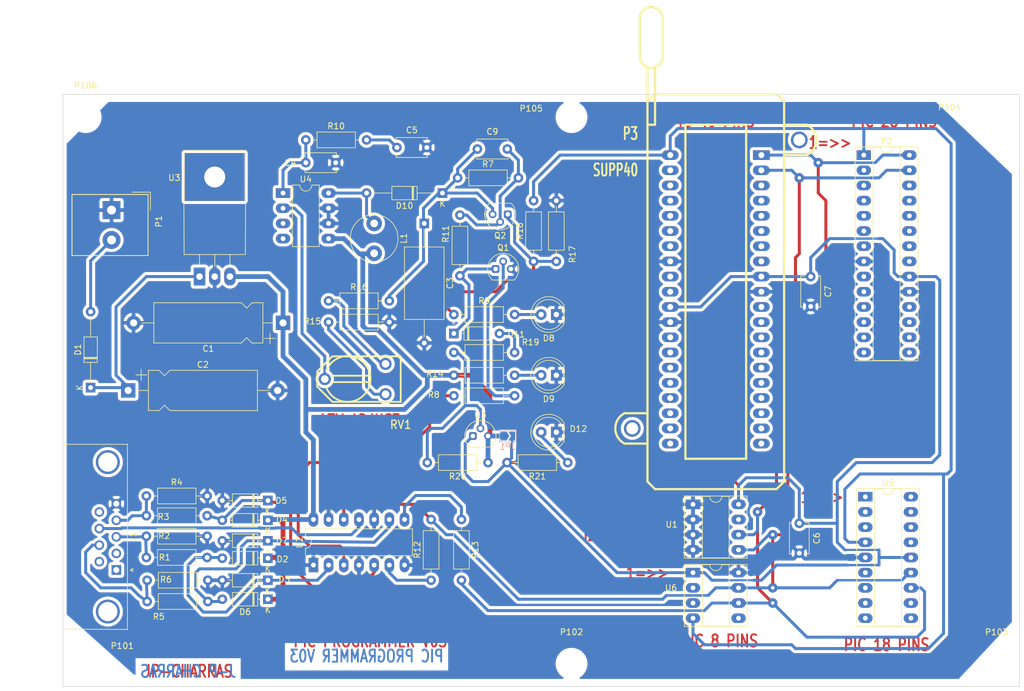
<source format=kicad_pcb>
(kicad_pcb (version 20210424) (generator pcbnew)
  (title_block (title "SERIAL PIC PROGRAMMER"))
  (layers (0 "F.Cu" signal "top_layer") (31 "B.Cu" signal "bottom_layer") (34 "B.Paste" user) (35 "F.Paste" user) (36 "B.SilkS" user "B.Silkscreen") (37 "F.SilkS" user "F.Silkscreen") (38 "B.Mask" user) (39 "F.Mask" user) (44 "Edge.Cuts" user))
  (net 0 "")
  (net 1 "/PC-CLOCK-OUT")
  (net 2 "GND")
  (net 3 "Net-(C2-Pad1)")
  (net 4 "Net-(C4-Pad1)")
  (net 5 "Net-(C5-Pad1)")
  (net 6 "Net-(C9-Pad2)")
  (net 7 "Net-(D11-Pad1)")
  (net 8 "Net-(D11-Pad2)")
  (net 9 "Net-(Q1-Pad2)")
  (net 10 "Net-(Q3-Pad2)")
  (net 11 "Net-(R12-Pad1)")
  (net 12 "Net-(R13-Pad1)")
  (net 13 "Net-(R15-Pad1)")
  (net 14 "Net-(R16-Pad1)")
  (net 15 "Net-(R8-Pad1)")
  (net 16 "Net-(RV1-Pad2)")
  (net 17 "VCC")
  (net 18 "VPP")
  (net 19 "Net-(D1-Pad2)")
  (net 20 "Net-(D4-Pad2)")
  (net 21 "Net-(D8-Pad2)")
  (net 22 "Net-(D9-Pad2)")
  (net 23 "Net-(D12-Pad2)")
  (net 24 "/pic_sockets/VCC_PIC")
  (net 25 "/CLOCK-RB6")
  (net 26 "/DATA-RB7")
  (net 27 "Net-(D2-Pad2)")
  (net 28 "Net-(D6-Pad2)")
  (net 29 "Net-(D10-Pad2)")
  (net 31 "/PC-DATA-IN")
  (net 32 "/PC-DATA-OUT")
  (net 33 "/VPP_ON")
  (net 34 "Net-(Q2-Pad1)")
  (net 38 "/VPP{slash}MCLR")
  (footprint "Capacitor_THT:CP_Axial_L18.0mm_D6.5mm_P25.00mm_Horizontal" (layer "F.Cu") (at 110.49 78.867 180)
    (fp_text reference "C1")
    (fp_text value "100µF")
  )
  (footprint "Capacitor_THT:CP_Axial_L18.0mm_D6.5mm_P25.00mm_Horizontal" (layer "F.Cu") (at 84.582 90.17)
    (fp_text reference "C2")
    (fp_text value "220uF")
  )
  (footprint "MountingHole:MountingHole_4.3mm_M4" (layer "F.Cu") (at 77.47 135.89)
    (fp_text reference "P101")
    (fp_text value "CONN_1")
  )
  (footprint "MountingHole:MountingHole_4.3mm_M4" (layer "F.Cu") (at 158.75 135.89)
    (fp_text reference "P102")
    (fp_text value "CONN_1")
  )
  (footprint "MountingHole:MountingHole_4.3mm_M4" (layer "F.Cu") (at 229.87 135.89)
    (fp_text reference "P103")
    (fp_text value "CONN_1")
  )
  (footprint "MountingHole:MountingHole_4.3mm_M4" (layer "F.Cu") (at 229.87 44.45)
    (fp_text reference "P104")
    (fp_text value "CONN_1")
  )
  (footprint "MountingHole:MountingHole_4.3mm_M4" (layer "F.Cu") (at 158.75 44.45)
    (fp_text reference "P105")
    (fp_text value "CONN_1")
  )
  (footprint "MountingHole:MountingHole_4.3mm_M4" (layer "F.Cu") (at 77.47 44.45)
    (fp_text reference "P106")
    (fp_text value "CONN_1")
  )
  (footprint "footprints:40tex-Ell600" (layer "F.Cu") (at 175.26 50.8)
    (fp_text reference "P3")
    (fp_text value "SUPP40")
  )
  (footprint "Package_DIP:DIP-8_W7.62mm_Socket_LongPads" (layer "F.Cu") (at 179.07 120.65)
    (fp_text reference "U6")
    (fp_text value "PIC_8_PINS")
  )
  (footprint "Package_DIP:DIP-8_W7.62mm_Socket_LongPads" (layer "F.Cu") (at 179.07 109.22)
    (fp_text reference "U1")
    (fp_text value "24Cxx")
  )
  (footprint "Package_DIP:DIP-8_W7.62mm_LongPads" (layer "F.Cu") (at 110.49 57.15)
    (fp_text reference "U4")
    (fp_text value "LT1373")
  )
  (footprint "Package_DIP:DIP-28_W7.62mm_Socket_LongPads" (layer "F.Cu") (at 207.645 50.8)
    (fp_text reference "P2")
    (fp_text value "SUPP28")
  )
  (footprint "Package_DIP:DIP-18_W7.62mm_Socket_LongPads" (layer "F.Cu") (at 207.899 107.95)
    (fp_text reference "U5")
    (fp_text value "PIC_18_PINS")
  )
  (footprint "Package_DIP:DIP-14_W7.62mm_LongPads" (layer "F.Cu") (at 115.57 119.38 90)
    (fp_text reference "U2")
    (fp_text value "74HC125")
  )
  (footprint "Diode_THT:D_DO-35_SOD27_P7.62mm_Horizontal" (layer "F.Cu") (at 107.95 118.237 180)
    (fp_text reference "D2")
    (fp_text value "BAT43")
  )
  (footprint "Diode_THT:D_DO-35_SOD27_P7.62mm_Horizontal" (layer "F.Cu") (at 107.95 121.92 180)
    (fp_text reference "D3")
    (fp_text value "BAT43")
  )
  (footprint "Diode_THT:D_DO-35_SOD27_P7.62mm_Horizontal" (layer "F.Cu") (at 107.95 111.887 180)
    (fp_text reference "D4")
    (fp_text value "BAT43")
  )
  (footprint "Diode_THT:D_DO-35_SOD27_P7.62mm_Horizontal" (layer "F.Cu") (at 107.95 108.585 180)
    (fp_text reference "D5")
    (fp_text value "BAT43")
  )
  (footprint "Diode_THT:D_DO-35_SOD27_P7.62mm_Horizontal" (layer "F.Cu") (at 139.065 80.645)
    (fp_text reference "D11")
    (fp_text value "BAT43")
  )
  (footprint "Diode_THT:D_DO-35_SOD27_P7.62mm_Horizontal" (layer "F.Cu") (at 107.95 115.316 180)
    (fp_text reference "D7")
    (fp_text value "BAT43")
  )
  (footprint "Diode_THT:D_DO-35_SOD27_P7.62mm_Horizontal" (layer "F.Cu") (at 107.95 125.095 180)
    (fp_text reference "D6")
    (fp_text value "BAT43")
  )
  (footprint "Connector_Dsub:DSUB-9_Female_Horizontal_P2.77x2.84mm_EdgePinOffset7.70mm_Housed_MountingHolesOffset9.12mm" (layer "F.Cu") (at 82.6 120.2 -90)
    (fp_text reference "J1")
    (fp_text value "DB9-FEMAL")
  )
  (footprint "Package_TO_SOT_THT:TO-92" (layer "F.Cu") (at 142.24 97.79)
    (fp_text reference "Q3")
    (fp_text value "BC307")
  )
  (footprint "Package_TO_SOT_THT:TO-92" (layer "F.Cu") (at 148.082 60.706 180)
    (fp_text reference "Q2")
    (fp_text value "BC307")
  )
  (footprint "Package_TO_SOT_THT:TO-92" (layer "F.Cu") (at 146.05 69.85)
    (fp_text reference "Q1")
    (fp_text value "BC237")
  )
  (footprint "Resistor_THT:R_Axial_DIN0207_L6.3mm_D2.5mm_P10.16mm_Horizontal" (layer "F.Cu") (at 152.4 68.58 90)
    (fp_text reference "R18")
    (fp_text value "220")
  )
  (footprint "Resistor_THT:R_Axial_DIN0207_L6.3mm_D2.5mm_P10.16mm_Horizontal" (layer "F.Cu") (at 114.3 48.26)
    (fp_text reference "R10")
    (fp_text value "5,1K")
  )
  (footprint "Resistor_THT:R_Axial_DIN0207_L6.3mm_D2.5mm_P10.16mm_Horizontal" (layer "F.Cu") (at 139.065 77.47)
    (fp_text reference "R9")
    (fp_text value "2.2K")
  )
  (footprint "Resistor_THT:R_Axial_DIN0207_L6.3mm_D2.5mm_P10.16mm_Horizontal" (layer "F.Cu") (at 87.63 118.11)
    (fp_text reference "R1")
    (fp_text value "10K")
  )
  (footprint "Resistor_THT:R_Axial_DIN0207_L6.3mm_D2.5mm_P10.16mm_Horizontal" (layer "F.Cu") (at 87.63 114.554)
    (fp_text reference "R2")
    (fp_text value "10K")
  )
  (footprint "Resistor_THT:R_Axial_DIN0207_L6.3mm_D2.5mm_P10.16mm_Horizontal" (layer "F.Cu") (at 87.63 111.125)
    (fp_text reference "R3")
    (fp_text value "10K")
  )
  (footprint "Resistor_THT:R_Axial_DIN0207_L6.3mm_D2.5mm_P10.16mm_Horizontal" (layer "F.Cu") (at 87.63 107.823)
    (fp_text reference "R4")
    (fp_text value "10K")
  )
  (footprint "Resistor_THT:R_Axial_DIN0207_L6.3mm_D2.5mm_P10.16mm_Horizontal" (layer "F.Cu") (at 87.757 125.476)
    (fp_text reference "R5")
    (fp_text value "10K")
  )
  (footprint "Resistor_THT:R_Axial_DIN0207_L6.3mm_D2.5mm_P10.16mm_Horizontal" (layer "F.Cu") (at 139.7 54.61)
    (fp_text reference "R7")
    (fp_text value "10K")
  )
  (footprint "Resistor_THT:R_Axial_DIN0207_L6.3mm_D2.5mm_P10.16mm_Horizontal" (layer "F.Cu") (at 87.757 121.92)
    (fp_text reference "R6")
    (fp_text value "10K")
  )
  (footprint "Resistor_THT:R_Axial_DIN0207_L6.3mm_D2.5mm_P10.16mm_Horizontal" (layer "F.Cu") (at 158.115 102.235 180)
    (fp_text reference "R21")
    (fp_text value "470")
  )
  (footprint "Resistor_THT:R_Axial_DIN0207_L6.3mm_D2.5mm_P10.16mm_Horizontal" (layer "F.Cu") (at 144.78 102.235 180)
    (fp_text reference "R20")
    (fp_text value "2.2K")
  )
  (footprint "Resistor_THT:R_Axial_DIN0207_L6.3mm_D2.5mm_P10.16mm_Horizontal" (layer "F.Cu") (at 149.225 83.82 180)
    (fp_text reference "R19")
    (fp_text value "2.2K")
  )
  (footprint "Resistor_THT:R_Axial_DIN0207_L6.3mm_D2.5mm_P10.16mm_Horizontal" (layer "F.Cu") (at 156.21 68.58 90)
    (fp_text reference "R17")
    (fp_text value "22K")
  )
  (footprint "Resistor_THT:R_Axial_DIN0207_L6.3mm_D2.5mm_P10.16mm_Horizontal" (layer "F.Cu") (at 118.11 75.184)
    (fp_text reference "R16")
    (fp_text value "62K")
  )
  (footprint "Resistor_THT:R_Axial_DIN0207_L6.3mm_D2.5mm_P10.16mm_Horizontal" (layer "F.Cu") (at 118.11 78.74)
    (fp_text reference "R15")
    (fp_text value "6.2K")
  )
  (footprint "Resistor_THT:R_Axial_DIN0207_L6.3mm_D2.5mm_P10.16mm_Horizontal" (layer "F.Cu") (at 139.065 87.63)
    (fp_text reference "R14")
    (fp_text value "470")
  )
  (footprint "Resistor_THT:R_Axial_DIN0207_L6.3mm_D2.5mm_P10.16mm_Horizontal" (layer "F.Cu") (at 140.335 111.76 -90)
    (fp_text reference "R13")
    (fp_text value "470")
  )
  (footprint "Resistor_THT:R_Axial_DIN0207_L6.3mm_D2.5mm_P10.16mm_Horizontal" (layer "F.Cu") (at 139.065 91.059)
    (fp_text reference "R8")
    (fp_text value "1K")
  )
  (footprint "Resistor_THT:R_Axial_DIN0207_L6.3mm_D2.5mm_P10.16mm_Horizontal" (layer "F.Cu") (at 135.255 121.92 90)
    (fp_text reference "R12")
    (fp_text value "470")
  )
  (footprint "LED_THT:LED_D5.0mm" (layer "F.Cu") (at 156.21 77.47 180)
    (fp_text reference "D8")
    (fp_text value "RED-LED")
  )
  (footprint "LED_THT:LED_D5.0mm" (layer "F.Cu") (at 156.21 87.63 180)
    (fp_text reference "D9")
    (fp_text value "GREEN-LED")
  )
  (footprint "LED_THT:LED_D5.0mm" (layer "F.Cu") (at 156.21 97.155 180)
    (fp_text reference "D12")
    (fp_text value "YELLOW-LED")
  )
  (footprint "Capacitor_THT:C_Disc_D5.1mm_W3.2mm_P5.00mm" (layer "F.Cu") (at 114.3 52.07)
    (fp_text reference "C4")
    (fp_text value "0")
  )
  (footprint "Capacitor_THT:C_Disc_D5.1mm_W3.2mm_P5.00mm" (layer "F.Cu") (at 129.54 49.53)
    (fp_text reference "C5")
    (fp_text value "10nF")
  )
  (footprint "Capacitor_THT:C_Disc_D5.1mm_W3.2mm_P5.00mm" (layer "F.Cu") (at 198.755 71.12 -90)
    (fp_text reference "C7")
    (fp_text value "100nF")
  )
  (footprint "Capacitor_THT:C_Disc_D5.1mm_W3.2mm_P5.00mm" (layer "F.Cu") (at 143.002 49.784)
    (fp_text reference "C9")
    (fp_text value "220nF")
  )
  (footprint "Capacitor_THT:C_Disc_D5.1mm_W3.2mm_P5.00mm" (layer "F.Cu") (at 196.85 112.395 -90)
    (fp_text reference "C6")
    (fp_text value "100nF")
  )
  (footprint "Diode_THT:D_DO-35_SOD27_P12.70mm_Horizontal" (layer "F.Cu") (at 137.16 57.15 180)
    (fp_text reference "D10")
    (fp_text value "SCHOTTKY")
  )
  (footprint "footprints:RV2X4" (layer "F.Cu") (at 127.635 90.805 180)
    (fp_text reference "RV1")
    (fp_text value "1K")
  )
  (footprint "TerminalBlock_Altech:Altech_AK300_1x02_P5.00mm_45-Degree" (layer "F.Cu") (at 81.8 60 -90)
    (fp_text reference "P1")
    (fp_text value "CONN_2")
  )
  (footprint "Package_TO_SOT_THT:TO-220-3_Horizontal_TabDown" (layer "F.Cu") (at 96.52 71.12)
    (fp_text reference "U3")
    (fp_text value "7805")
  )
  (footprint "Resistor_THT:R_Axial_DIN0207_L6.3mm_D2.5mm_P10.16mm_Horizontal" (layer "F.Cu") (at 140.081 70.993 90)
    (fp_text reference "R11")
    (fp_text value "22K")
  )
  (footprint "Capacitors_THT:C_Axial_L12.0mm_D6.5mm_P20.00mm_Horizontal" (layer "F.Cu") (at 134.112 62.23 -90)
    (fp_text reference "C3")
    (fp_text value "22uF/25V")
  )
  (footprint "Inductor_THT:L_Radial_D7.8mm_P5.00mm_Fastron_07HCP" (layer "F.Cu") (at 125.73 62.23 -90)
    (fp_text reference "L1")
    (fp_text value "22uH")
  )
  (footprint "Diode_THT:D_DO-35_SOD27_P12.70mm_Horizontal" (layer "F.Cu") (at 78.3 89.7 90)
    (fp_text reference "D1")
    (fp_text value "1N4004")
  )
  (footprint "Jumper:SolderJumper-2_P1.3mm_Open_TrianglePad1.0x1.5mm" (layer "B.Cu") (at 148.082 97.79)
    (fp_text reference "JP1")
    (fp_text value "JUMPER")
  )
  (gr_line (start 73.66 139.7) (end 73.66 40.64) (angle 90) (layer "Edge.Cuts") (width 0.1))
  (gr_line (start 173.99 40.64) (end 233.68 40.64) (angle 90) (layer "Edge.Cuts") (width 0.1))
  (gr_line (start 73.66 40.64) (end 173.99 40.64) (angle 90) (layer "Edge.Cuts") (width 0.1))
  (gr_line (start 233.68 139.7) (end 73.66 139.7) (angle 90) (layer "Edge.Cuts") (width 0.1))
  (gr_line (start 233.68 40.64) (end 233.68 139.7) (angle 90) (layer "Edge.Cuts") (width 0.1))
  (gr_text "+8/12V" (at 81.5 55.5) (layer "F.Cu") (effects (font (size 2.032 1.524) (thickness 0.3048))))
  (gr_text "VCC ON" (at 162.9 99.1) (layer "F.Cu") (effects (font (size 2.032 1.524) (thickness 0.3048))))
  (gr_text "JP-CHARRAS" (at 94.615 137.16) (layer "F.Cu") (effects (font (size 2.032 1.524) (thickness 0.3048))))
  (gr_text "1=>>" (at 167.64 48.895) (layer "F.Cu") (effects (font (size 2.032 1.524) (thickness 0.3048))))
  (gr_text "PWR ON" (at 163.83 88.9) (layer "F.Cu") (effects (font (size 2.032 1.524) (thickness 0.3048))))
  (gr_text "PIC PROGRAMMER V03" (at 125.095 132.08) (layer "F.Cu") (effects (font (size 2.032 1.524) (thickness 0.3048))))
  (gr_text "1=>>" (at 200.66 107.95) (layer "F.Cu") (effects (font (size 2.032 1.524) (thickness 0.3048))))
  (gr_text "PIC 18 PINS" (at 211.455 132.715) (layer "F.Cu") (effects (font (size 2.032 1.524) (thickness 0.3048))))
  (gr_text "I2C PROM" (at 166.37 114.3) (layer "F.Cu") (effects (font (size 2.032 1.524) (thickness 0.3048))))
  (gr_text "VPP ON" (at 163.195 80.645) (layer "F.Cu") (effects (font (size 2.032 1.524) (thickness 0.3048))))
  (gr_text "1=>>" (at 171.45 109.22) (layer "F.Cu") (effects (font (size 2.032 1.524) (thickness 0.3048))))
  (gr_text "13V ADJUST" (at 123.19 95.25) (layer "F.Cu") (effects (font (size 2.032 1.524) (thickness 0.3048))))
  (gr_text "PIC 8 PINS" (at 183.515 132.08) (layer "F.Cu") (effects (font (size 2.032 1.524) (thickness 0.3048))))
  (gr_text "PIC 28 PINS" (at 212.725 45.085) (layer "F.Cu") (effects (font (size 2.032 1.524) (thickness 0.3048))))
  (gr_text "1=>>" (at 171.45 120.65) (layer "F.Cu") (effects (font (size 2.032 1.524) (thickness 0.3048))))
  (gr_text "PIC 40 PINS" (at 182.245 45.085) (layer "F.Cu") (effects (font (size 2.032 1.524) (thickness 0.3048))))
  (gr_text "1=>>" (at 202 48.7) (layer "F.Cu") (effects (font (size 2.032 1.524) (thickness 0.3048))))
  (gr_text "J-P CHARRAS" (at 94.615 137.16) (layer "B.Cu") (effects (font (size 2.032 1.524) (thickness 0.3048)) (justify mirror)))
  (gr_text "PIC PROGRAMMER V03" (at 124.46 134.62) (layer "B.Cu") (effects (font (size 2.032 1.524) (thickness 0.3048)) (justify mirror)))
  (segment (start 85.09 123.19) (end 86.36 124.46) (width 0.5) (layer "B.Cu") (net 1))
  (segment (start 77.47 117.475) (end 77.47 120.65) (width 0.5) (layer "B.Cu") (net 1))
  (segment (start 78.62863 116.045) (end 77.47 117.20363) (width 0.5) (layer "B.Cu") (net 1))
  (segment (start 86.36 124.46) (end 87.757 125.476) (width 0.5) (layer "B.Cu") (net 1))
  (segment (start 80.01 123.19) (end 85.09 123.19) (width 0.5) (layer "B.Cu") (net 1))
  (segment (start 87.757 125.476) (end 87.63 121.92) (width 0.5) (layer "B.Cu") (net 1))
  (segment (start 79.76 116.045) (end 78.62863 116.045) (width 0.5) (layer "B.Cu") (net 1))
  (segment (start 77.47 120.65) (end 80.01 123.19) (width 0.5) (layer "B.Cu") (net 1))
  (segment (start 77.47 117.20363) (end 77.47 117.475) (width 0.5) (layer "B.Cu") (net 1))
  (segment (start 82.55 76.2) (end 87.63 71.12) (width 0.5) (layer "B.Cu") (net 3))
  (segment (start 84.112 89.7) (end 84.582 90.17) (width 0.5) (layer "B.Cu") (net 3))
  (segment (start 84.455 89.535) (end 82.55 87.63) (width 0.5) (layer "B.Cu") (net 3))
  (segment (start 78.3 89.7) (end 84.112 89.7) (width 0.5) (layer "B.Cu") (net 3))
  (segment (start 87.63 71.12) (end 96.52 71.12) (width 0.5) (layer "B.Cu") (net 3))
  (segment (start 82.55 87.63) (end 82.55 76.2) (width 0.5) (layer "B.Cu") (net 3))
  (segment (start 84.455 90.17) (end 84.455 89.535) (width 0.5) (layer "B.Cu") (net 3))
  (segment (start 114.3 48.26) (end 114.3 52.07) (width 0.5) (layer "B.Cu") (net 4))
  (segment (start 110.49 57.15) (end 110.49 53.34) (width 0.5) (layer "B.Cu") (net 4))
  (segment (start 110.49 53.34) (end 111.76 52.07) (width 0.5) (layer "B.Cu") (net 4))
  (segment (start 111.76 52.07) (end 114.3 52.07) (width 0.5) (layer "B.Cu") (net 4))
  (segment (start 124.46 48.26) (end 128.27 48.26) (width 0.5) (layer "B.Cu") (net 5))
  (segment (start 128.27 48.26) (end 129.54 49.53) (width 0.5) (layer "B.Cu") (net 5))
  (segment (start 149.86 51.642) (end 149.86 54.61) (width 0.5) (layer "B.Cu") (net 6))
  (segment (start 141.21237 60.833) (end 142.855369 62.475999) (width 0.5) (layer "B.Cu") (net 6))
  (segment (start 146.312001 62.475999) (end 146.812 61.976) (width 0.5) (layer "B.Cu") (net 6))
  (segment (start 146.812 57.658) (end 149.86 54.61) (width 0.5) (layer "B.Cu") (net 6))
  (segment (start 148.002 49.784) (end 149.86 51.642) (width 0.5) (layer "B.Cu") (net 6))
  (segment (start 146.812 61.976) (end 146.812 57.658) (width 0.5) (layer "B.Cu") (net 6))
  (segment (start 140.081 60.833) (end 141.21237 60.833) (width 0.5) (layer "B.Cu") (net 6))
  (segment (start 142.855369 62.475999) (end 146.312001 62.475999) (width 0.5) (layer "B.Cu") (net 6))
  (segment (start 141.605 72.517) (end 140.081 70.993) (width 0.5) (layer "B.Cu") (net 7))
  (segment (start 141.605 78.105) (end 141.605 72.517) (width 0.5) (layer "B.Cu") (net 7))
  (segment (start 141.224 69.85) (end 146.05 69.85) (width 0.5) (layer "B.Cu") (net 7))
  (segment (start 140.081 70.993) (end 141.224 69.85) (width 0.5) (layer "B.Cu") (net 7))
  (segment (start 139.065 80.645) (end 141.605 78.105) (width 0.5) (layer "B.Cu") (net 7))
  (segment (start 146.685 80.645) (end 148.59 80.645) (width 0.5) (layer "B.Cu") (net 8))
  (segment (start 148.59 80.645) (end 149.225 81.28) (width 0.5) (layer "B.Cu") (net 8))
  (segment (start 149.225 81.28) (end 149.225 83.82) (width 0.5) (layer "B.Cu") (net 8))
  (segment (start 145.923 91.059) (end 144.78 89.916) (width 0.5) (layer "B.Cu") (net 9))
  (segment (start 147.32 71.12) (end 147.32 68.58) (width 0.5) (layer "B.Cu") (net 9))
  (segment (start 147.32 73.025) (end 147.32 71.12) (width 0.5) (layer "B.Cu") (net 9))
  (segment (start 144.78 89.916) (end 144.78 75.565) (width 0.5) (layer "B.Cu") (net 9))
  (segment (start 144.78 75.565) (end 147.32 73.025) (width 0.5) (layer "B.Cu") (net 9))
  (segment (start 149.225 91.059) (end 145.923 91.059) (width 0.5) (layer "B.Cu") (net 9))
  (segment (start 135.255 96.52) (end 137.16 96.52) (width 0.5) (layer "B.Cu") (net 10))
  (segment (start 135.255 96.52) (end 134.62 97.155) (width 0.5) (layer "B.Cu") (net 10))
  (segment (start 143.51 93.345) (end 143.51 96.52) (width 0.5) (layer "B.Cu") (net 10))
  (segment (start 142.875 92.71) (end 143.51 93.345) (width 0.5) (layer "B.Cu") (net 10))
  (segment (start 134.62 97.155) (end 134.62 102.235) (width 0.5) (layer "B.Cu") (net 10))
  (segment (start 140.97 85.09) (end 139.7 83.82) (width 0.5) (layer "B.Cu") (net 10))
  (segment (start 140.97 85.09) (end 140.97 92.71) (width 0.5) (layer "B.Cu") (net 10))
  (segment (start 137.16 96.52) (end 140.97 92.71) (width 0.5) (layer "B.Cu") (net 10))
  (segment (start 139.7 83.82) (end 139.065 83.82) (width 0.5) (layer "B.Cu") (net 10))
  (segment (start 140.97 92.71) (end 142.875 92.71) (width 0.5) (layer "B.Cu") (net 10))
  (segment (start 128.27 119.38) (end 128.27 120.65) (width 0.5) (layer "B.Cu") (net 11))
  (segment (start 128.27 120.65) (end 129.54 121.92) (width 0.5) (layer "B.Cu") (net 11))
  (segment (start 129.54 121.92) (end 135.255 121.92) (width 0.5) (layer "B.Cu") (net 11))
  (segment (start 130.81 109.6264) (end 132.6896 107.7468) (width 0.5) (layer "B.Cu") (net 12))
  (segment (start 132.6896 107.7468) (end 138.4046 107.7468) (width 0.5) (layer "B.Cu") (net 12))
  (segment (start 138.4046 107.7468) (end 140.335 109.6772) (width 0.5) (layer "B.Cu") (net 12))
  (segment (start 140.335 109.6772) (end 140.335 111.76) (width 0.5) (layer "B.Cu") (net 12))
  (segment (start 130.81 111.76) (end 130.81 109.6264) (width 0.5) (layer "B.Cu") (net 12))
  (segment (start 118.11 80.01) (end 124.46 86.36) (width 0.5) (layer "B.Cu") (net 13))
  (segment (start 124.46 86.36) (end 124.46 89.535) (width 0.5) (layer "B.Cu") (net 13))
  (segment (start 125.73 90.805) (end 127.635 90.805) (width 0.5) (layer "B.Cu") (net 13))
  (segment (start 118.11 78.74) (end 118.11 80.01) (width 0.5) (layer "B.Cu") (net 13))
  (segment (start 124.46 89.535) (end 125.73 90.805) (width 0.5) (layer "B.Cu") (net 13))
  (segment (start 119.634 75.184) (end 120.65 76.2) (width 0.5) (layer "B.Cu") (net 14))
  (segment (start 120.65 79.375) (end 127 85.725) (width 0.5) (layer "B.Cu") (net 14))
  (segment (start 127 85.725) (end 127.635 85.725) (width 0.5) (layer "B.Cu") (net 14))
  (segment (start 118.11 75.184) (end 119.634 75.184) (width 0.5) (layer "B.Cu") (net 14))
  (segment (start 120.65 76.2) (end 120.65 79.375) (width 0.5) (layer "B.Cu") (net 14))
  (segment (start 135.001 96.266) (end 135.001 92.456) (width 0.5) (layer "F.Cu") (net 15))
  (segment (start 120.015 116.205) (end 114.935 116.205) (width 0.5) (layer "F.Cu") (net 15))
  (segment (start 114.935 102.235) (end 129.032 102.235) (width 0.5) (layer "F.Cu") (net 15))
  (segment (start 129.032 102.235) (end 135.001 96.266) (width 0.5) (layer "F.Cu") (net 15))
  (segment (start 136.398 91.059) (end 139.065 91.059) (width 0.5) (layer "F.Cu") (net 15))
  (segment (start 135.001 92.456) (end 136.398 91.059) (width 0.5) (layer "F.Cu") (net 15))
  (segment (start 113.03 104.14) (end 114.935 102.235) (width 0.5) (layer "F.Cu") (net 15))
  (segment (start 113.03 114.3) (end 113.03 104.14) (width 0.5) (layer "F.Cu") (net 15))
  (segment (start 120.65 116.84) (end 120.015 116.205) (width 0.5) (layer "F.Cu") (net 15))
  (segment (start 114.935 116.205) (end 113.03 114.3) (width 0.5) (layer "F.Cu") (net 15))
  (segment (start 120.65 119.38) (end 120.65 116.84) (width 0.5) (layer "F.Cu") (net 15))
  (segment (start 112.395 59.69) (end 113.665 60.96) (width 0.5) (layer "B.Cu") (net 16))
  (segment (start 110.49 59.69) (end 112.395 59.69) (width 0.5) (layer "B.Cu") (net 16))
  (segment (start 113.665 60.96) (end 113.665 80.645) (width 0.5) (layer "B.Cu") (net 16))
  (segment (start 117.475 84.455) (end 117.475 88.265) (width 0.5) (layer "B.Cu") (net 16))
  (segment (start 113.665 80.645) (end 117.475 84.455) (width 0.5) (layer "B.Cu") (net 16))
  (segment (start 110.49 124.155) (end 110.49 119.38) (width 0.8) (layer "F.Cu") (net 17))
  (segment (start 145.1 97.47) (end 144.78 97.79) (width 0.8) (layer "F.Cu") (net 17))
  (segment (start 141.986 87.63) (end 145.1 90.744) (width 0.8) (layer "F.Cu") (net 17))
  (segment (start 109.55 125.095) (end 110.49 124.155) (width 0.8) (layer "F.Cu") (net 17))
  (segment (start 145.1 90.744) (end 145.1 97.47) (width 0.8) (layer "F.Cu") (net 17))
  (segment (start 110.49 119.38) (end 109.22 118.11) (width 0.8) (layer "F.Cu") (net 17))
  (segment (start 107.95 125.095) (end 109.55 125.095) (width 0.8) (layer "F.Cu") (net 17))
  (segment (start 109.22 118.11) (end 107.95 118.11) (width 0.8) (layer "F.Cu") (net 17))
  (segment (start 109.855 111.76) (end 110.49 112.395) (width 0.8) (layer "F.Cu") (net 17))
  (segment (start 110.49 112.395) (end 110.49 116.84) (width 0.8) (layer "F.Cu") (net 17))
  (segment (start 107.95 111.76) (end 109.855 111.76) (width 0.8) (layer "F.Cu") (net 17))
  (segment (start 139.065 87.63) (end 141.986 87.63) (width 0.8) (layer "F.Cu") (net 17))
  (segment (start 110.49 116.84) (end 109.22 118.11) (width 0.8) (layer "F.Cu") (net 17))
  (segment (start 144.78 97.79) (end 144.78 97.917) (width 0.8) (layer "B.Cu") (net 17))
  (segment (start 124.46 80.01) (end 123.825 79.375) (width 0.8) (layer "B.Cu") (net 17))
  (segment (start 134.62 87.63) (end 133.985 87.63) (width 0.8) (layer "B.Cu") (net 17))
  (segment (start 107.95 111.76) (end 115.57 111.76) (width 0.8) (layer "B.Cu") (net 17))
  (segment (start 114.3 88.265) (end 114.3 93.345) (width 0.8) (layer "B.Cu") (net 17))
  (segment (start 110.49 78.74) (end 110.49 73.66) (width 0.8) (layer "B.Cu") (net 17))
  (segment (start 110.49 73.66) (end 107.95 71.12) (width 0.8) (layer "B.Cu") (net 17))
  (segment (start 123.825 67.31) (end 123.19 67.31) (width 0.8) (layer "B.Cu") (net 17))
  (segment (start 130.81 93.345) (end 134.62 89.535) (width 0.8) (layer "B.Cu") (net 17))
  (segment (start 147.447 97.79) (end 144.78 97.79) (width 0.8) (layer "B.Cu") (net 17))
  (segment (start 114.3 93.345) (end 114.3 97.155) (width 0.8) (layer "B.Cu") (net 17))
  (segment (start 115.57 111.76) (end 115.57 104.775) (width 0.8) (layer "B.Cu") (net 17))
  (segment (start 123.825 79.375) (end 123.825 67.31) (width 0.8) (layer "B.Cu") (net 17))
  (segment (start 110.49 84.455) (end 114.3 88.265) (width 0.8) (layer "B.Cu") (net 17))
  (segment (start 125.73 67.31) (end 123.825 67.31) (width 0.8) (layer "B.Cu") (net 17))
  (segment (start 133.985 87.63) (end 126.365 80.01) (width 0.8) (layer "B.Cu") (net 17))
  (segment (start 118.11 64.77) (end 120.65 64.77) (width 0.8) (layer "B.Cu") (net 17))
  (segment (start 115.57 98.425) (end 115.57 104.775) (width 0.8) (layer "B.Cu") (net 17))
  (segment (start 126.365 80.01) (end 124.46 80.01) (width 0.8) (layer "B.Cu") (net 17))
  (segment (start 114.3 97.155) (end 115.57 98.425) (width 0.8) (layer "B.Cu") (net 17))
  (segment (start 114.3 93.345) (end 130.81 93.345) (width 0.8) (layer "B.Cu") (net 17))
  (segment (start 139.065 87.63) (end 134.62 87.63) (width 0.8) (layer "B.Cu") (net 17))
  (segment (start 110.49 78.74) (end 110.49 84.455) (width 0.8) (layer "B.Cu") (net 17))
  (segment (start 123.19 67.31) (end 120.65 64.77) (width 0.8) (layer "B.Cu") (net 17))
  (segment (start 134.62 89.535) (end 134.62 87.63) (width 0.8) (layer "B.Cu") (net 17))
  (segment (start 101.6 71.12) (end 107.95 71.12) (width 0.8) (layer "B.Cu") (net 17))
  (segment (start 144.78 102.235) (end 144.78 97.917) (width 0.8) (layer "B.Cu") (net 17))
  (segment (start 139.7 54.61) (end 139.7 53.086) (width 0.5) (layer "B.Cu") (net 18))
  (segment (start 145.542 59.706) (end 142.986 57.15) (width 0.5) (layer "B.Cu") (net 18))
  (segment (start 137.16 57.15) (end 142.748 57.15) (width 0.5) (layer "B.Cu") (net 18))
  (segment (start 136.525 57.15) (end 137.16 57.15) (width 0.5) (layer "B.Cu") (net 18))
  (segment (start 133.985 68.58) (end 128.27 74.295) (width 0.5) (layer "B.Cu") (net 18))
  (segment (start 142.986 57.15) (end 142.748 57.15) (width 0.5) (layer "B.Cu") (net 18))
  (segment (start 139.7 53.086) (end 143.002 49.784) (width 0.5) (layer "B.Cu") (net 18))
  (segment (start 136.525 57.15) (end 133.985 59.69) (width 0.5) (layer "B.Cu") (net 18))
  (segment (start 133.985 62.23) (end 133.985 68.58) (width 0.5) (layer "B.Cu") (net 18))
  (segment (start 137.16 57.15) (end 139.7 54.61) (width 0.5) (layer "B.Cu") (net 18))
  (segment (start 145.542 60.706) (end 145.542 59.706) (width 0.5) (layer "B.Cu") (net 18))
  (segment (start 133.985 62.23) (end 133.985 59.69) (width 0.5) (layer "B.Cu") (net 18))
  (segment (start 128.27 74.295) (end 128.27 75.184) (width 0.5) (layer "B.Cu") (net 18))
  (segment (start 78.3 68.5) (end 78.3 77) (width 0.5) (layer "B.Cu") (net 19))
  (segment (start 81.8 65) (end 78.3 68.5) (width 0.5) (layer "B.Cu") (net 19))
  (segment (start 111.76 119.38) (end 115.57 123.19) (width 0.5) (layer "F.Cu") (net 20))
  (segment (start 125.73 120.65) (end 125.73 119.38) (width 0.5) (layer "F.Cu") (net 20))
  (segment (start 111.76 109.855) (end 111.76 119.38) (width 0.5) (layer "F.Cu") (net 20))
  (segment (start 115.57 123.19) (end 123.19 123.19) (width 0.5) (layer "F.Cu") (net 20))
  (segment (start 107.95 108.712) (end 111.125 109.22) (width 0.5) (layer "F.Cu") (net 20))
  (segment (start 111.125 109.22) (end 111.76 109.855) (width 0.5) (layer "F.Cu") (net 20))
  (segment (start 123.19 123.19) (end 125.73 120.65) (width 0.5) (layer "F.Cu") (net 20))
  (segment (start 107.95 108.585) (end 103.632 108.585) (width 0.5) (layer "B.Cu") (net 20))
  (segment (start 100.33 111.76) (end 97.79 111.125) (width 0.5) (layer "B.Cu") (net 20))
  (segment (start 103.632 108.585) (end 100.33 111.887) (width 0.5) (layer "B.Cu") (net 20))
  (segment (start 153.67 77.47) (end 149.225 77.47) (width 0.5) (layer "B.Cu") (net 21))
  (segment (start 153.67 87.63) (end 149.225 87.63) (width 0.5) (layer "B.Cu") (net 22))
  (segment (start 153.67 97.155) (end 153.67 97.79) (width 0.5) (layer "B.Cu") (net 23))
  (segment (start 153.67 97.79) (end 158.115 102.235) (width 0.5) (layer "B.Cu") (net 23))
  (segment (start 154.305 104.775) (end 151.765 102.235) (width 0.5) (layer "F.Cu") (net 24))
  (segment (start 151.765 102.235) (end 147.955 102.235) (width 0.5) (layer "F.Cu") (net 24))
  (segment (start 185.42 104.775) (end 186.69 106.045) (width 0.5) (layer "F.Cu") (net 24))
  (segment (start 186.69 109.22) (end 186.69 106.045) (width 0.5) (layer "F.Cu") (net 24))
  (segment (start 170.18 104.775) (end 154.305 104.775) (width 0.5) (layer "F.Cu") (net 24))
  (segment (start 170.18 104.775) (end 185.42 104.775) (width 0.5) (layer "F.Cu") (net 24))
  (segment (start 184.7 121.92) (end 189.23 121.92) (width 0.35) (layer "B.Cu") (net 24))
  (segment (start 204.47 116.84) (end 210.185 116.84) (width 0.35) (layer "B.Cu") (net 24))
  (segment (start 148.717 101.473) (end 147.955 102.235) (width 0.5) (layer "B.Cu") (net 24))
  (segment (start 148.717 99.314) (end 148.717 101.473) (width 0.5) (layer "B.Cu") (net 24))
  (segment (start 206.375 102.235) (end 219.075 102.235) (width 0.5) (layer "B.Cu") (net 24))
  (segment (start 212.725 70.485) (end 213.36 71.12) (width 0.5) (layer "B.Cu") (net 24))
  (segment (start 212.725 66.675) (end 212.725 70.485) (width 0.5) (layer "B.Cu") (net 24))
  (segment (start 204.724 119.38) (end 193.04 119.38) (width 0.5) (layer "B.Cu") (net 24))
  (segment (start 210.185 118.11) (end 210.185 116.84) (width 0.5) (layer "B.Cu") (net 24))
  (segment (start 220.345 71.755) (end 219.71 71.12) (width 0.5) (layer "B.Cu") (net 24))
  (segment (start 220.345 100.965) (end 220.345 71.755) (width 0.5) (layer "B.Cu") (net 24))
  (segment (start 204.73401 119.39001) (end 204.724 119.38) (width 0.5) (layer "B.Cu") (net 24))
  (segment (start 179.07 120.65) (end 166.37 120.65) (width 0.5) (layer "B.Cu") (net 24))
  (segment (start 190.5 71.12) (end 198.755 71.12) (width 0.5) (layer "B.Cu") (net 24))
  (segment (start 186.69 106.045) (end 187.96 104.775) (width 0.5) (layer "B.Cu") (net 24))
  (segment (start 196.85 112.395) (end 196.85 106.68) (width 0.5) (layer "B.Cu") (net 24))
  (segment (start 166.37 120.65) (end 147.955 102.235) (width 0.5) (layer "B.Cu") (net 24))
  (segment (start 142.24 105.41) (end 144.78 105.41) (width 0.5) (layer "B.Cu") (net 24))
  (segment (start 193.04 119.38) (end 190.5 121.92) (width 0.5) (layer "B.Cu") (net 24))
  (segment (start 198.755 67.945) (end 201.93 64.77) (width 0.5) (layer "B.Cu") (net 24))
  (segment (start 182.245 121.92) (end 184.7 121.92) (width 0.5) (layer "B.Cu") (net 24))
  (segment (start 213.36 71.12) (end 215.265 71.12) (width 0.5) (layer "B.Cu") (net 24))
  (segment (start 196.85 106.68) (end 194.945 104.775) (width 0.5) (layer "B.Cu") (net 24))
  (segment (start 208.839207 119.38) (end 208.829197 119.39001) (width 0.4) (layer "B.Cu") (net 24))
  (segment (start 140.97 99.06) (end 142.24 97.79) (width 0.5) (layer "B.Cu") (net 24))
  (segment (start 148.807 97.79) (end 148.807 99.224) (width 0.4) (layer "B.Cu") (net 24))
  (segment (start 140.97 99.06) (end 140.97 104.14) (width 0.5) (layer "B.Cu") (net 24))
  (segment (start 203.2 105.41) (end 206.375 102.235) (width 0.5) (layer "B.Cu") (net 24))
  (segment (start 203.2 105.41) (end 203.2 112.395) (width 0.5) (layer "B.Cu") (net 24))
  (segment (start 210.185 64.77) (end 210.82 64.77) (width 0.5) (layer "B.Cu") (net 24))
  (segment (start 180.34 76.2) (end 185.42 71.12) (width 0.5) (layer "B.Cu") (net 24))
  (segment (start 219.075 102.235) (end 220.345 100.965) (width 0.5) (layer "B.Cu") (net 24))
  (segment (start 208.829197 119.39001) (end 204.73401 119.39001) (width 0.4) (layer "B.Cu") (net 24))
  (segment (start 203.2 112.395) (end 203.2 115.57) (width 0.5) (layer "B.Cu") (net 24))
  (segment (start 187.96 104.775) (end 194.945 104.775) (width 0.5) (layer "B.Cu") (net 24))
  (segment (start 210.185 119.38) (end 210.185 118.11) (width 0.5) (layer "B.Cu") (net 24))
  (segment (start 148.807 98.642) (end 148.807 97.79) (width 0.4) (layer "B.Cu") (net 24))
  (segment (start 140.97 104.14) (end 142.24 105.41) (width 0.5) (layer "B.Cu") (net 24))
  (segment (start 198.755 71.12) (end 198.755 67.945) (width 0.5) (layer "B.Cu") (net 24))
  (segment (start 175.26 76.2) (end 180.34 76.2) (width 0.5) (layer "B.Cu") (net 24))
  (segment (start 210.82 64.77) (end 212.725 66.675) (width 0.5) (layer "B.Cu") (net 24))
  (segment (start 210.185 118.11) (end 215.265 118.11) (width 0.5) (layer "B.Cu") (net 24))
  (segment (start 205.74 64.77) (end 210.185 64.77) (width 0.4) (layer "B.Cu") (net 24))
  (segment (start 190.5 121.92) (end 189.23 121.92) (width 0.5) (layer "B.Cu") (net 24))
  (segment (start 186.69 109.22) (end 186.69 106.045) (width 0.5) (layer "B.Cu") (net 24))
  (segment (start 196.85 112.395) (end 203.2 112.395) (width 0.5) (layer "B.Cu") (net 24))
  (segment (start 210.185 119.38) (end 208.839207 119.38) (width 0.4) (layer "B.Cu") (net 24))
  (segment (start 201.93 64.77) (end 205.74 64.77) (width 0.5) (layer "B.Cu") (net 24))
  (segment (start 144.78 105.41) (end 147.955 102.235) (width 0.5) (layer "B.Cu") (net 24))
  (segment (start 203.2 115.57) (end 204.47 116.84) (width 0.5) (layer "B.Cu") (net 24))
  (segment (start 185.42 71.12) (end 190.5 71.12) (width 0.5) (layer "B.Cu") (net 24))
  (segment (start 179.07 120.65) (end 180.975 120.65) (width 0.5) (layer "B.Cu") (net 24))
  (segment (start 180.975 120.65) (end 182.245 121.92) (width 0.5) (layer "B.Cu") (net 24))
  (segment (start 148.807 99.224) (end 148.717 99.314) (width 0.4) (layer "B.Cu") (net 24))
  (segment (start 219.71 71.12) (end 215.265 71.12) (width 0.5) (layer "B.Cu") (net 24))
  (segment (start 189.865 123.19) (end 192.405 125.73) (width 0.5) (layer "F.Cu") (net 25))
  (segment (start 193.04 75.565) (end 196.215 72.39) (width 0.5) (layer "F.Cu") (net 25))
  (segment (start 196.85 67.31) (end 196.85 54.61) (width 0.5) (layer "F.Cu") (net 25))
  (segment (start 196.215 72.39) (end 196.215 67.945) (width 0.5) (layer "F.Cu") (net 25))
  (segment (start 193.04 107.315) (end 189.865 110.49) (width 0.5) (layer "F.Cu") (net 25))
  (segment (start 189.865 110.49) (end 189.865 123.19) (width 0.5) (layer "F.Cu") (net 25))
  (segment (start 196.215 67.945) (end 196.85 67.31) (width 0.5) (layer "F.Cu") (net 25))
  (segment (start 193.04 107.315) (end 193.04 75.565) (width 0.5) (layer "F.Cu") (net 25))
  (via (at 189.865 110.49) (size 1.6) (drill 0.6) (layers "F.Cu" "B.Cu") (net 25))
  (via (at 192.405 125.73) (size 1.6) (drill 0.6) (layers "F.Cu" "B.Cu") (net 25))
  (via (at 196.85 54.61) (size 1.6) (drill 0.6) (layers "F.Cu" "B.Cu") (net 25))
  (segment (start 182.245 125.73) (end 186.69 125.73) (width 0.5) (layer "B.Cu") (net 25))
  (segment (start 195.58 53.34) (end 196.85 54.61) (width 0.5) (layer "B.Cu") (net 25))
  (segment (start 190.5 53.34) (end 195.58 53.34) (width 0.5) (layer "B.Cu") (net 25))
  (segment (start 216.535 131.445) (end 217.805 130.175) (width 0.5) (layer "B.Cu") (net 25))
  (segment (start 211.455 53.34) (end 215.265 53.34) (width 0.5) (layer "B.Cu") (net 25))
  (segment (start 189.23 114.3) (end 186.69 114.3) (width 0.5) (layer "B.Cu") (net 25))
  (segment (start 182.245 125.73) (end 180.975 127) (width 0.5) (layer "B.Cu") (net 25))
  (segment (start 205.74 54.61) (end 208.915 54.61) (width 0.4318) (layer "B.Cu") (net 25))
  (segment (start 211.455 53.34) (end 210.185 54.61) (width 0.5) (layer "B.Cu") (net 25))
  (segment (start 140.335 122.555) (end 144.78 127) (width 0.5) (layer "B.Cu") (net 25))
  (segment (start 210.185 54.61) (end 208.915 54.61) (width 0.5) (layer "B.Cu") (net 25))
  (segment (start 217.805 123.825) (end 217.17 123.19) (width 0.5) (layer "B.Cu") (net 25))
  (segment (start 196.85 54.61) (end 205.74 54.61) (width 0.5) (layer "B.Cu") (net 25))
  (segment (start 140.335 121.92) (end 140.335 122.555) (width 0.5) (layer "B.Cu") (net 25))
  (segment (start 217.17 123.19) (end 215.265 123.19) (width 0.5) (layer "B.Cu") (net 25))
  (segment (start 144.78 127) (end 177.165 127) (width 0.5) (layer "B.Cu") (net 25))
  (segment (start 189.865 110.49) (end 189.865 113.665) (width 0.5) (layer "B.Cu") (net 25))
  (segment (start 217.805 130.175) (end 217.805 123.825) (width 0.5) (layer "B.Cu") (net 25))
  (segment (start 192.405 125.73) (end 198.12 131.445) (width 0.5) (layer "B.Cu") (net 25))
  (segment (start 198.12 131.445) (end 216.535 131.445) (width 0.5) (layer "B.Cu") (net 25))
  (segment (start 186.69 125.73) (end 192.405 125.73) (width 0.5) (layer "B.Cu") (net 25))
  (segment (start 189.865 113.665) (end 189.23 114.3) (width 0.5) (layer "B.Cu") (net 25))
  (segment (start 177.165 127) (end 180.975 127) (width 0.4318) (layer "B.Cu") (net 25))
  (segment (start 201.295 85.09) (end 194.945 91.44) (width 0.5) (layer "F.Cu") (net 26))
  (segment (start 194.945 91.44) (end 194.945 113.665) (width 0.5) (layer "F.Cu") (net 26))
  (segment (start 200.025 57.15) (end 200.025 52.07) (width 0.5) (layer "F.Cu") (net 26))
  (segment (start 201.295 58.42) (end 201.295 85.09) (width 0.5) (layer "F.Cu") (net 26))
  (segment (start 120.65 109.855) (end 121.285 109.22) (width 0.5) (layer "F.Cu") (net 26))
  (segment (start 192.405 114.3) (end 192.405 123.19) (width 0.5) (layer "F.Cu") (net 26))
  (segment (start 120.65 111.76) (end 120.65 109.855) (width 0.5) (layer "F.Cu") (net 26))
  (segment (start 194.945 113.665) (end 194.31 114.3) (width 0.5) (layer "F.Cu") (net 26))
  (segment (start 132.715 109.22) (end 135.255 111.76) (width 0.5) (layer "F.Cu") (net 26))
  (segment (start 194.31 114.3) (end 192.405 114.3) (width 0.5) (layer "F.Cu") (net 26))
  (segment (start 200.025 57.15) (end 201.295 58.42) (width 0.5) (layer "F.Cu") (net 26))
  (segment (start 121.285 109.22) (end 132.715 109.22) (width 0.5) (layer "F.Cu") (net 26))
  (via (at 200.025 52.07) (size 1.6) (drill 0.6) (layers "F.Cu" "B.Cu") (net 26))
  (via (at 192.405 123.19) (size 1.6) (drill 0.6) (layers "F.Cu" "B.Cu") (net 26))
  (via (at 192.405 114.3) (size 1.6) (drill 0.6) (layers "F.Cu" "B.Cu") (net 26))
  (segment (start 215.265 50.8) (end 210.82 50.8) (width 0.5) (layer "B.Cu") (net 26))
  (segment (start 209.55 52.07) (end 210.82 50.8) (width 0.5) (layer "B.Cu") (net 26))
  (segment (start 203.2 121.92) (end 213.995 121.92) (width 0.4) (layer "B.Cu") (net 26))
  (segment (start 201.93 123.19) (end 203.2 121.92) (width 0.5) (layer "B.Cu") (net 26))
  (segment (start 173.99 125.095) (end 174.625 124.46) (width 0.5) (layer "B.Cu") (net 26))
  (segment (start 181.61 124.46) (end 182.88 123.19) (width 0.5) (layer "B.Cu") (net 26))
  (segment (start 135.255 111.76) (end 137.795 114.3) (width 0.5) (layer "B.Cu") (net 26))
  (segment (start 205.74 52.07) (end 209.55 52.07) (width 0.4318) (layer "B.Cu") (net 26))
  (segment (start 200.025 52.07) (end 205.74 52.07) (width 0.5) (layer "B.Cu") (net 26))
  (segment (start 189.23 116.84) (end 186.69 116.84) (width 0.5) (layer "B.Cu") (net 26))
  (segment (start 182.88 123.19) (end 186.69 123.19) (width 0.5) (layer "B.Cu") (net 26))
  (segment (start 192.405 114.3) (end 191.77 114.3) (width 0.5) (layer "B.Cu") (net 26))
  (segment (start 186.69 123.19) (end 192.405 123.19) (width 0.5) (layer "B.Cu") (net 26))
  (segment (start 192.405 123.19) (end 201.93 123.19) (width 0.5) (layer "B.Cu") (net 26))
  (segment (start 198.755 50.8) (end 200.025 52.07) (width 0.5) (layer "B.Cu") (net 26))
  (segment (start 190.5 50.8) (end 198.755 50.8) (width 0.5) (layer "B.Cu") (net 26))
  (segment (start 139.065 114.3) (end 149.86 125.095) (width 0.5) (layer "B.Cu") (net 26))
  (segment (start 149.86 125.095) (end 173.99 125.095) (width 0.5) (layer "B.Cu") (net 26))
  (segment (start 174.625 124.46) (end 181.61 124.46) (width 0.4318) (layer "B.Cu") (net 26))
  (segment (start 213.995 121.92) (end 215.265 120.65) (width 0.5) (layer "B.Cu") (net 26))
  (segment (start 191.77 114.3) (end 189.23 116.84) (width 0.5) (layer "B.Cu") (net 26))
  (segment (start 137.795 114.3) (end 139.065 114.3) (width 0.5) (layer "B.Cu") (net 26))
  (segment (start 106.045 121.92) (end 107.95 121.92) (width 0.5) (layer "B.Cu") (net 27))
  (segment (start 95.885 118.11) (end 94.615 119.38) (width 0.5) (layer "B.Cu") (net 27))
  (segment (start 97.79 118.11) (end 95.885 118.11) (width 0.5) (layer "B.Cu") (net 27))
  (segment (start 107.95 121.92) (end 116.205 121.92) (width 0.5) (layer "B.Cu") (net 27))
  (segment (start 97.155 127.254) (end 100.965 127.254) (width 0.5) (layer "B.Cu") (net 27))
  (segment (start 118.11 120.015) (end 118.11 119.38) (width 0.5) (layer "B.Cu") (net 27))
  (segment (start 94.615 124.46) (end 97.155 127.254) (width 0.5) (layer "B.Cu") (net 27))
  (segment (start 94.615 119.38) (end 94.615 124.46) (width 0.5) (layer "B.Cu") (net 27))
  (segment (start 116.205 121.92) (end 118.11 120.015) (width 0.5) (layer "B.Cu") (net 27))
  (segment (start 100.33 118.11) (end 97.79 118.11) (width 0.5) (layer "B.Cu") (net 27))
  (segment (start 100.965 127.254) (end 106.045 121.92) (width 0.5) (layer "B.Cu") (net 27))
  (segment (start 99.949 125.476) (end 100.33 125.095) (width 0.5) (layer "B.Cu") (net 28))
  (segment (start 95.885 123.444) (end 97.917 125.476) (width 0.5) (layer "B.Cu") (net 28))
  (segment (start 102.616 120.015) (end 103.505 119.126) (width 0.5) (layer "B.Cu") (net 28))
  (segment (start 97.917 125.476) (end 99.949 125.476) (width 0.5) (layer "B.Cu") (net 28))
  (segment (start 128.27 111.76) (end 128.27 113.03) (width 0.5) (layer "B.Cu") (net 28))
  (segment (start 96.52 120.015) (end 102.616 120.015) (width 0.5) (layer "B.Cu") (net 28))
  (segment (start 95.885 122.555) (end 95.885 123.444) (width 0.5) (layer "B.Cu") (net 28))
  (segment (start 103.505 116.332) (end 104.521 115.316) (width 0.5) (layer "B.Cu") (net 28))
  (segment (start 128.27 113.03) (end 125.73 115.57) (width 0.5) (layer "B.Cu") (net 28))
  (segment (start 104.521 115.316) (end 107.95 115.316) (width 0.5) (layer "B.Cu") (net 28))
  (segment (start 107.95 115.316) (end 125.73 115.57) (width 0.5) (layer "B.Cu") (net 28))
  (segment (start 95.885 120.65) (end 96.52 120.015) (width 0.5) (layer "B.Cu") (net 28))
  (segment (start 103.505 119.126) (end 103.505 116.332) (width 0.5) (layer "B.Cu") (net 28))
  (segment (start 95.885 122.555) (end 95.885 120.65) (width 0.5) (layer "B.Cu") (net 28))
  (segment (start 118.11 57.15) (end 124.46 57.15) (width 0.5) (layer "B.Cu") (net 29))
  (segment (start 124.46 60.96) (end 125.73 62.23) (width 0.5) (layer "B.Cu") (net 29))
  (segment (start 124.46 57.15) (end 124.46 60.96) (width 0.5) (layer "B.Cu") (net 29))
  (segment (start 123.19 113.03) (end 123.19 111.76) (width 0.5) (layer "B.Cu") (net 31))
  (segment (start 121.92 114.3) (end 123.19 113.03) (width 0.5) (layer "B.Cu") (net 31))
  (segment (start 84.963 113.157) (end 99.675998 113.157) (width 0.5) (layer "B.Cu") (net 31))
  (segment (start 106.665998 113.157) (end 106.725999 113.217001) (width 0.5) (layer "B.Cu") (net 31))
  (segment (start 106.725999 113.217001) (end 109.174001 113.217001) (width 0.5) (layer "B.Cu") (net 31))
  (segment (start 113.03 114.3) (end 121.92 114.3) (width 0.5) (layer "B.Cu") (net 31))
  (segment (start 100.984002 113.157) (end 106.665998 113.157) (width 0.5) (layer "B.Cu") (net 31))
  (segment (start 83.543 113.157) (end 83.425 113.275) (width 0.5) (layer "B.Cu") (net 31))
  (segment (start 84.963 113.157) (end 83.543 113.157) (width 0.5) (layer "B.Cu") (net 31))
  (segment (start 109.174001 113.217001) (end 109.234002 113.157) (width 0.5) (layer "B.Cu") (net 31))
  (segment (start 109.234002 113.157) (end 111.887 113.157) (width 0.5) (layer "B.Cu") (net 31))
  (segment (start 100.954001 113.187001) (end 100.984002 113.157) (width 0.5) (layer "B.Cu") (net 31))
  (segment (start 99.705999 113.187001) (end 100.954001 113.187001) (width 0.5) (layer "B.Cu") (net 31))
  (segment (start 99.675998 113.157) (end 99.705999 113.187001) (width 0.5) (layer "B.Cu") (net 31))
  (segment (start 111.887 113.157) (end 113.03 114.3) (width 0.5) (layer "B.Cu") (net 31))
  (segment (start 83.425 113.275) (end 79.76 113.275) (width 0.5) (layer "B.Cu") (net 31))
  (segment (start 84.51237 111.89) (end 82.6 111.89) (width 0.5) (layer "B.Cu") (net 32))
  (segment (start 85.27737 111.125) (end 84.51237 111.89) (width 0.5) (layer "B.Cu") (net 32))
  (segment (start 87.63 111.125) (end 85.27737 111.125) (width 0.5) (layer "B.Cu") (net 32))
  (segment (start 87.63 111.125) (end 87.63 107.823) (width 0.5) (layer "B.Cu") (net 32))
  (segment (start 82.6 114.66) (end 87.524 114.66) (width 0.5) (layer "B.Cu") (net 33))
  (segment (start 87.524 114.66) (end 87.63 114.554) (width 0.5) (layer "B.Cu") (net 33))
  (segment (start 87.63 118.11) (end 87.503 114.554) (width 0.5) (layer "B.Cu") (net 33))
  (segment (start 150.495 71.755) (end 152.4 69.85) (width 0.5) (layer "F.Cu") (net 34))
  (segment (start 139.065 73.66) (end 146.05 73.66) (width 0.5) (layer "F.Cu") (net 34))
  (segment (start 137.795 74.93) (end 137.795 76.2) (width 0.5) (layer "F.Cu") (net 34))
  (segment (start 146.05 73.66) (end 147.955 71.755) (width 0.5) (layer "F.Cu") (net 34))
  (segment (start 147.955 71.755) (end 150.495 71.755) (width 0.5) (layer "F.Cu") (net 34))
  (segment (start 137.795 74.93) (end 139.065 73.66) (width 0.5) (layer "F.Cu") (net 34))
  (segment (start 152.4 68.58) (end 152.4 69.85) (width 0.5) (layer "F.Cu") (net 34))
  (segment (start 137.795 76.2) (end 139.065 77.47) (width 0.5) (layer "F.Cu") (net 34))
  (segment (start 152.4 68.58) (end 156.21 68.58) (width 0.5) (layer "B.Cu") (net 34))
  (segment (start 149.225 62.556106) (end 149.225 65.405) (width 0.5) (layer "B.Cu") (net 34))
  (segment (start 148.082 61.413106) (end 149.225 62.556106) (width 0.5) (layer "B.Cu") (net 34))
  (segment (start 149.225 65.405) (end 152.4 68.58) (width 0.5) (layer "B.Cu") (net 34))
  (segment (start 148.082 60.706) (end 148.082 61.413106) (width 0.5) (layer "B.Cu") (net 34))
  (segment (start 195.58 132.715) (end 196.215 133.35) (width 0.5) (layer "B.Cu") (net 38))
  (segment (start 175.26 50.8) (end 175.26 47.625) (width 0.5) (layer "B.Cu") (net 38))
  (segment (start 207.645 115.57) (end 205.105 115.57) (width 0.5) (layer "B.Cu") (net 38))
  (segment (start 156.845 50.8) (end 175.26 50.8) (width 0.5) (layer "B.Cu") (net 38))
  (segment (start 196.215 133.35) (end 218.44 133.35) (width 0.5) (layer "B.Cu") (net 38))
  (segment (start 207.645 50.8) (end 207.645 46.355) (width 0.5) (layer "B.Cu") (net 38))
  (segment (start 220.98 130.81) (end 220.98 104.14) (width 0.5) (layer "B.Cu") (net 38))
  (segment (start 219.71 46.355) (end 207.645 46.355) (width 0.5) (layer "B.Cu") (net 38))
  (segment (start 207.645 46.355) (end 176.53 46.355) (width 0.5) (layer "B.Cu") (net 38))
  (segment (start 175.26 47.625) (end 176.53 46.355) (width 0.5) (layer "B.Cu") (net 38))
  (segment (start 205.105 115.57) (end 204.47 114.935) (width 0.5) (layer "B.Cu") (net 38))
  (segment (start 204.47 106.68) (end 207.01 104.14) (width 0.5) (layer "B.Cu") (net 38))
  (segment (start 204.47 114.935) (end 204.47 106.68) (width 0.5) (layer "B.Cu") (net 38))
  (segment (start 221.615 104.14) (end 220.98 104.14) (width 0.5) (layer "B.Cu") (net 38))
  (segment (start 221.615 104.14) (end 222.25 103.505) (width 0.5) (layer "B.Cu") (net 38))
  (segment (start 195.58 132.715) (end 180.975 132.715) (width 0.5) (layer "B.Cu") (net 38))
  (segment (start 222.25 48.895) (end 219.71 46.355) (width 0.5) (layer "B.Cu") (net 38))
  (segment (start 179.07 130.81) (end 179.07 128.27) (width 0.5) (layer "B.Cu") (net 38))
  (segment (start 222.25 48.895) (end 222.25 103.505) (width 0.5) (layer "B.Cu") (net 38))
  (segment (start 179.07 130.81) (end 180.975 132.715) (width 0.5) (layer "B.Cu") (net 38))
  (segment (start 156.845 50.8) (end 152.4 55.245) (width 0.5) (layer "B.Cu") (net 38))
  (segment (start 207.01 104.14) (end 220.98 104.14) (width 0.5) (layer "B.Cu") (net 38))
  (segment (start 152.4 55.245) (end 152.4 58.42) (width 0.5) (layer "B.Cu") (net 38))
  (segment (start 218.44 133.35) (end 220.98 130.81) (width 0.5) (layer "B.Cu") (net 38))
  (zone (net 2) (net_name "GND") (layer "B.Cu") (connect_pads (clearance 0.508)) (min_thickness 0.3) (fill yes (thermal_gap 0.508) (thermal_bridge_width 0.635))
    (polygon (pts (xy 223.52 138.43) (xy 232.41 128.905) (xy 232.41 53.975) (xy 219.71 41.91) (xy 81.28 41.91) (xy 74.295 48.895) (xy 74.295 127.635) (xy 86.36 138.43)))
  )
)
</source>
